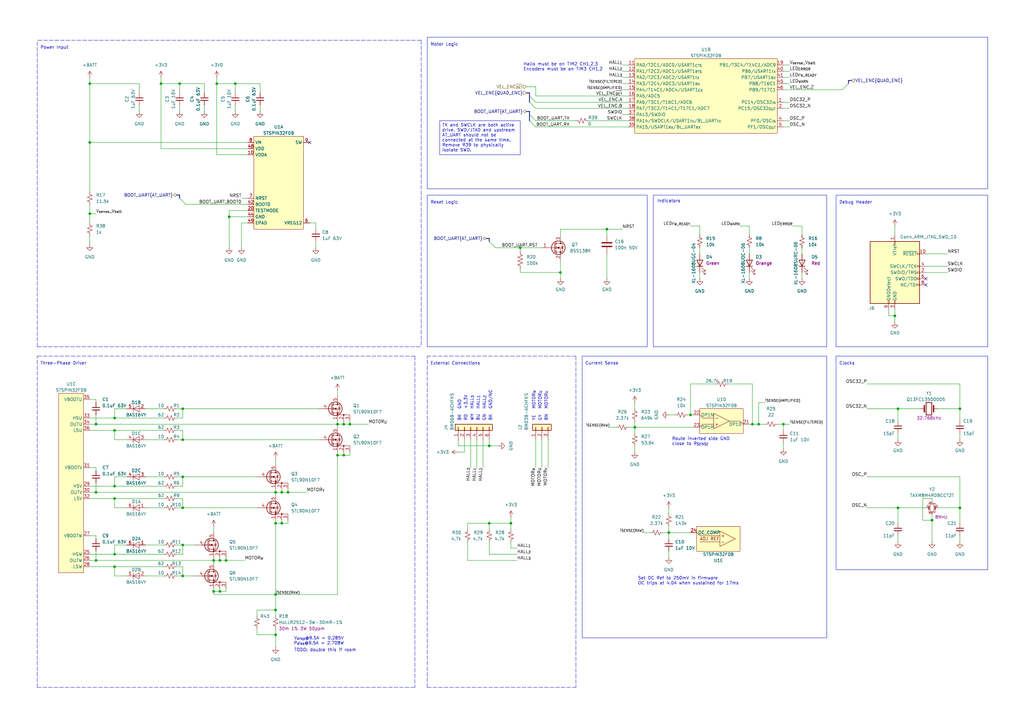
<source format=kicad_sch>
(kicad_sch (version 20231120) (generator "eeschema") (generator_version "8.0")
  (paper "A3")
  (junction (at 74.93 180.34))
  (junction (at 200.66 182.88))
  (junction (at 39.37 229.87))
  (junction (at 87.63 242.57))
  (junction (at 308.61 173.99))
  (junction (at 260.35 175.26))
  (junction (at 96.52 34.29))
  (junction (at 46.99 199.39))
  (junction (at 138.43 173.99))
  (junction (at 368.3 167.64))
  (junction (at 118.11 201.93))
  (junction (at 368.3 208.28))
  (junction (at 36.83 87.63))
  (junction (at 39.37 173.99))
  (junction (at 113.03 250.19))
  (junction (at 311.15 173.99))
  (junction (at 46.99 232.41))
  (junction (at 87.63 229.87))
  (junction (at 115.57 201.93))
  (junction (at 321.31 173.99))
  (junction (at 138.43 186.69))
  (junction (at 90.17 229.87))
  (junction (at 113.03 260.35))
  (junction (at 36.83 58.42))
  (junction (at 248.92 93.98))
  (junction (at 74.93 195.58))
  (junction (at 74.93 223.52))
  (junction (at 209.55 214.63))
  (junction (at 382.27 213.36))
  (junction (at 274.32 218.44))
  (junction (at 90.17 242.57))
  (junction (at 143.51 173.99))
  (junction (at 92.71 229.87))
  (junction (at 393.7 208.28))
  (junction (at 200.66 214.63))
  (junction (at 213.36 101.6))
  (junction (at 393.7 167.64))
  (junction (at 283.21 170.18))
  (junction (at 93.98 88.9))
  (junction (at 46.99 171.45))
  (junction (at 115.57 214.63))
  (junction (at 66.04 34.29))
  (junction (at 367.03 129.54))
  (junction (at 140.97 186.69))
  (junction (at 113.03 214.63))
  (junction (at 46.99 204.47))
  (junction (at 46.99 227.33))
  (junction (at 39.37 201.93))
  (junction (at 74.93 236.22))
  (junction (at 88.9 34.29))
  (junction (at 74.93 167.64))
  (junction (at 113.03 201.93))
  (junction (at 73.66 34.29))
  (junction (at 140.97 173.99))
  (junction (at 229.87 111.76))
  (junction (at 46.99 176.53))
  (junction (at 74.93 208.28))
  (junction (at 36.83 34.29))
  (junction (at 113.03 243.84))
  (no_connect (at 379.73 116.84))
  (no_connect (at 127 58.42))
  (no_connect (at 379.73 114.3))
  (bus_entry (at 217.17 41.91) (size 2.54 2.54))
  (bus_entry (at 73.66 81.28) (size 2.54 2.54))
  (bus_entry (at 347.98 34.29) (size -2.54 2.54))
  (bus_entry (at 200.66 99.06) (size 2.54 2.54))
  (bus_entry (at 217.17 39.37) (size 2.54 2.54))
  (bus_entry (at 217.17 49.53) (size 2.54 2.54))
  (bus_entry (at 217.17 46.99) (size 2.54 2.54))
  (wire (pts (xy 113.03 201.93) (xy 115.57 201.93)))
  (wire (pts (xy 74.93 208.28) (xy 105.41 208.28)))
  (wire (pts (xy 72.39 167.64) (xy 74.93 167.64)))
  (wire (pts (xy 187.96 182.88) (xy 200.66 182.88)))
  (wire (pts (xy 72.39 195.58) (xy 74.93 195.58)))
  (wire (pts (xy 36.83 87.63) (xy 36.83 91.44)))
  (wire (pts (xy 219.71 52.07) (xy 257.81 52.07)))
  (bus (pts (xy 217.17 45.72) (xy 217.17 46.99)))
  (wire (pts (xy 321.31 181.61) (xy 321.31 184.15)))
  (wire (pts (xy 328.93 92.71) (xy 328.93 96.52)))
  (wire (pts (xy 229.87 106.68) (xy 229.87 111.76)))
  (wire (pts (xy 39.37 229.87) (xy 87.63 229.87)))
  (wire (pts (xy 209.55 214.63) (xy 209.55 217.17)))
  (wire (pts (xy 209.55 214.63) (xy 200.66 214.63)))
  (wire (pts (xy 72.39 199.39) (xy 74.93 199.39)))
  (polyline (pts (xy 170.18 146.05) (xy 170.18 281.94)) (stroke (width 0) (type dash)))
  (wire (pts (xy 39.37 173.99) (xy 138.43 173.99)))
  (wire (pts (xy 52.07 167.64) (xy 46.99 167.64)))
  (wire (pts (xy 113.03 243.84) (xy 113.03 214.63)))
  (wire (pts (xy 90.17 241.3) (xy 90.17 242.57)))
  (wire (pts (xy 393.7 157.48) (xy 393.7 167.64)))
  (wire (pts (xy 36.83 58.42) (xy 101.6 58.42)))
  (wire (pts (xy 93.98 88.9) (xy 93.98 101.6)))
  (wire (pts (xy 248.92 93.98) (xy 255.27 93.98)))
  (wire (pts (xy 311.15 173.99) (xy 313.69 173.99)))
  (wire (pts (xy 213.36 111.76) (xy 229.87 111.76)))
  (wire (pts (xy 138.43 172.72) (xy 138.43 173.99)))
  (wire (pts (xy 281.94 170.18) (xy 283.21 170.18)))
  (wire (pts (xy 73.66 43.18) (xy 73.66 45.72)))
  (wire (pts (xy 378.46 213.36) (xy 382.27 213.36)))
  (wire (pts (xy 219.71 39.37) (xy 257.81 39.37)))
  (polyline (pts (xy 15.24 142.24) (xy 172.72 142.24)) (stroke (width 0) (type dash)))
  (wire (pts (xy 46.99 171.45) (xy 67.31 171.45)))
  (wire (pts (xy 283.21 92.71) (xy 287.02 92.71)))
  (wire (pts (xy 96.52 34.29) (xy 88.9 34.29)))
  (wire (pts (xy 367.03 129.54) (xy 367.03 132.08)))
  (wire (pts (xy 257.81 175.26) (xy 260.35 175.26)))
  (wire (pts (xy 355.6 208.28) (xy 368.3 208.28)))
  (wire (pts (xy 213.36 110.49) (xy 213.36 111.76)))
  (wire (pts (xy 36.83 87.63) (xy 39.37 87.63)))
  (wire (pts (xy 384.81 208.28) (xy 393.7 208.28)))
  (wire (pts (xy 105.41 252.73) (xy 105.41 250.19)))
  (wire (pts (xy 39.37 201.93) (xy 39.37 198.12)))
  (bus (pts (xy 217.17 38.1) (xy 217.17 39.37)))
  (wire (pts (xy 87.63 215.9) (xy 87.63 218.44)))
  (wire (pts (xy 72.39 204.47) (xy 74.93 204.47)))
  (polyline (pts (xy 170.18 146.05) (xy 15.24 146.05)) (stroke (width 0) (type dash)))
  (wire (pts (xy 52.07 195.58) (xy 46.99 195.58)))
  (wire (pts (xy 115.57 201.93) (xy 118.11 201.93)))
  (wire (pts (xy 74.93 167.64) (xy 130.81 167.64)))
  (bus (pts (xy 73.66 80.01) (xy 73.66 81.28)))
  (wire (pts (xy 384.81 167.64) (xy 393.7 167.64)))
  (wire (pts (xy 283.21 170.18) (xy 283.21 157.48)))
  (wire (pts (xy 59.69 208.28) (xy 67.31 208.28)))
  (wire (pts (xy 191.77 222.25) (xy 191.77 229.87)))
  (wire (pts (xy 382.27 205.74) (xy 382.27 204.47)))
  (wire (pts (xy 52.07 180.34) (xy 46.99 180.34)))
  (wire (pts (xy 96.52 34.29) (xy 96.52 38.1)))
  (wire (pts (xy 321.31 49.53) (xy 323.85 49.53)))
  (wire (pts (xy 113.03 214.63) (xy 115.57 214.63)))
  (wire (pts (xy 46.99 176.53) (xy 67.31 176.53)))
  (wire (pts (xy 224.79 191.77) (xy 224.79 180.34)))
  (wire (pts (xy 36.83 34.29) (xy 36.83 58.42)))
  (wire (pts (xy 74.93 195.58) (xy 74.93 199.39)))
  (polyline (pts (xy 175.26 281.94) (xy 236.22 281.94)) (stroke (width 0) (type dash)))
  (wire (pts (xy 99.06 91.44) (xy 99.06 101.6)))
  (wire (pts (xy 138.43 186.69) (xy 138.43 243.84)))
  (polyline (pts (xy 15.24 281.94) (xy 15.24 146.05)) (stroke (width 0) (type dash)))
  (wire (pts (xy 321.31 34.29) (xy 323.85 34.29)))
  (wire (pts (xy 212.09 229.87) (xy 191.77 229.87)))
  (wire (pts (xy 92.71 228.6) (xy 92.71 229.87)))
  (wire (pts (xy 88.9 34.29) (xy 88.9 63.5)))
  (wire (pts (xy 105.41 250.19) (xy 113.03 250.19)))
  (wire (pts (xy 138.43 160.02) (xy 138.43 162.56)))
  (wire (pts (xy 382.27 213.36) (xy 382.27 222.25)))
  (wire (pts (xy 250.19 175.26) (xy 252.73 175.26)))
  (wire (pts (xy 318.77 173.99) (xy 321.31 173.99)))
  (wire (pts (xy 260.35 182.88) (xy 260.35 185.42)))
  (wire (pts (xy 74.93 204.47) (xy 74.93 208.28)))
  (wire (pts (xy 92.71 229.87) (xy 100.33 229.87)))
  (wire (pts (xy 143.51 172.72) (xy 143.51 173.99)))
  (polyline (pts (xy 15.24 281.94) (xy 170.18 281.94)) (stroke (width 0) (type dash)))
  (wire (pts (xy 127 91.44) (xy 129.54 91.44)))
  (wire (pts (xy 113.03 260.35) (xy 113.03 265.43)))
  (wire (pts (xy 321.31 173.99) (xy 321.31 176.53)))
  (wire (pts (xy 191.77 214.63) (xy 191.77 217.17)))
  (wire (pts (xy 213.36 101.6) (xy 213.36 102.87)))
  (polyline (pts (xy 236.22 146.05) (xy 236.22 281.94)) (stroke (width 0) (type dash)))
  (wire (pts (xy 257.81 36.83) (xy 255.27 36.83)))
  (wire (pts (xy 368.3 214.63) (xy 368.3 208.28)))
  (wire (pts (xy 87.63 229.87) (xy 90.17 229.87)))
  (wire (pts (xy 99.06 81.28) (xy 101.6 81.28)))
  (wire (pts (xy 212.09 227.33) (xy 200.66 227.33)))
  (wire (pts (xy 274.32 208.28) (xy 274.32 210.82)))
  (wire (pts (xy 219.71 41.91) (xy 257.81 41.91)))
  (wire (pts (xy 321.31 44.45) (xy 323.85 44.45)))
  (wire (pts (xy 222.25 191.77) (xy 222.25 180.34)))
  (wire (pts (xy 129.54 99.06) (xy 129.54 101.6)))
  (wire (pts (xy 200.66 182.88) (xy 204.47 182.88)))
  (polyline (pts (xy 236.22 146.05) (xy 175.26 146.05)) (stroke (width 0) (type dash)))
  (wire (pts (xy 229.87 93.98) (xy 229.87 96.52)))
  (wire (pts (xy 106.68 43.18) (xy 106.68 45.72)))
  (wire (pts (xy 66.04 34.29) (xy 66.04 60.96)))
  (wire (pts (xy 200.66 214.63) (xy 200.66 217.17)))
  (wire (pts (xy 368.3 219.71) (xy 368.3 222.25)))
  (wire (pts (xy 379.73 111.76) (xy 388.62 111.76)))
  (wire (pts (xy 212.09 224.79) (xy 209.55 224.79)))
  (wire (pts (xy 118.11 213.36) (xy 118.11 214.63)))
  (wire (pts (xy 36.83 171.45) (xy 46.99 171.45)))
  (wire (pts (xy 308.61 173.99) (xy 308.61 157.48)))
  (wire (pts (xy 74.93 176.53) (xy 74.93 180.34)))
  (wire (pts (xy 113.03 187.96) (xy 113.03 190.5)))
  (wire (pts (xy 118.11 200.66) (xy 118.11 201.93)))
  (wire (pts (xy 115.57 213.36) (xy 115.57 214.63)))
  (wire (pts (xy 307.34 173.99) (xy 308.61 173.99)))
  (wire (pts (xy 90.17 242.57) (xy 87.63 242.57)))
  (wire (pts (xy 287.02 111.76) (xy 287.02 114.3)))
  (wire (pts (xy 87.63 229.87) (xy 87.63 231.14)))
  (wire (pts (xy 308.61 173.99) (xy 311.15 173.99)))
  (wire (pts (xy 36.83 31.75) (xy 36.83 34.29)))
  (wire (pts (xy 57.15 34.29) (xy 57.15 38.1)))
  (wire (pts (xy 393.7 167.64) (xy 393.7 172.72)))
  (wire (pts (xy 368.3 208.28) (xy 379.73 208.28)))
  (wire (pts (xy 74.93 180.34) (xy 130.81 180.34)))
  (polyline (pts (xy 172.72 16.51) (xy 172.72 142.24)) (stroke (width 0) (type dash)))
  (wire (pts (xy 72.39 227.33) (xy 74.93 227.33)))
  (wire (pts (xy 125.73 201.93) (xy 118.11 201.93)))
  (wire (pts (xy 88.9 31.75) (xy 88.9 34.29)))
  (wire (pts (xy 74.93 223.52) (xy 80.01 223.52)))
  (wire (pts (xy 187.96 185.42) (xy 190.5 185.42)))
  (wire (pts (xy 46.99 180.34) (xy 46.99 176.53)))
  (wire (pts (xy 219.71 191.77) (xy 219.71 180.34)))
  (wire (pts (xy 101.6 88.9) (xy 93.98 88.9)))
  (wire (pts (xy 355.6 157.48) (xy 393.7 157.48)))
  (wire (pts (xy 264.16 218.44) (xy 266.7 218.44)))
  (wire (pts (xy 248.92 93.98) (xy 248.92 96.52)))
  (wire (pts (xy 105.41 257.81) (xy 105.41 260.35)))
  (wire (pts (xy 260.35 165.1) (xy 260.35 167.64)))
  (wire (pts (xy 311.15 165.1) (xy 311.15 173.99)))
  (wire (pts (xy 66.04 34.29) (xy 73.66 34.29)))
  (wire (pts (xy 393.7 208.28) (xy 393.7 214.63)))
  (wire (pts (xy 129.54 91.44) (xy 129.54 93.98)))
  (wire (pts (xy 59.69 167.64) (xy 67.31 167.64)))
  (wire (pts (xy 93.98 86.36) (xy 93.98 88.9)))
  (wire (pts (xy 321.31 31.75) (xy 323.85 31.75)))
  (wire (pts (xy 96.52 34.29) (xy 106.68 34.29)))
  (wire (pts (xy 138.43 173.99) (xy 140.97 173.99)))
  (wire (pts (xy 113.03 243.84) (xy 113.03 250.19)))
  (wire (pts (xy 368.3 167.64) (xy 368.3 172.72)))
  (wire (pts (xy 287.02 92.71) (xy 287.02 96.52)))
  (wire (pts (xy 382.27 204.47) (xy 378.46 204.47)))
  (wire (pts (xy 379.73 109.22) (xy 388.62 109.22)))
  (wire (pts (xy 209.55 222.25) (xy 209.55 224.79)))
  (wire (pts (xy 382.27 210.82) (xy 382.27 213.36)))
  (wire (pts (xy 46.99 208.28) (xy 52.07 208.28)))
  (wire (pts (xy 72.39 236.22) (xy 74.93 236.22)))
  (wire (pts (xy 72.39 171.45) (xy 74.93 171.45)))
  (bus (pts (xy 347.98 33.02) (xy 347.98 34.29)))
  (wire (pts (xy 46.99 223.52) (xy 46.99 227.33)))
  (wire (pts (xy 36.83 58.42) (xy 36.83 78.74)))
  (wire (pts (xy 113.03 257.81) (xy 113.03 260.35)))
  (wire (pts (xy 213.36 101.6) (xy 222.25 101.6)))
  (wire (pts (xy 203.2 101.6) (xy 213.36 101.6)))
  (wire (pts (xy 74.93 167.64) (xy 74.93 171.45)))
  (wire (pts (xy 257.81 34.29) (xy 255.27 34.29)))
  (wire (pts (xy 90.17 242.57) (xy 92.71 242.57)))
  (wire (pts (xy 113.03 250.19) (xy 113.03 252.73)))
  (wire (pts (xy 307.34 101.6) (xy 307.34 104.14)))
  (wire (pts (xy 76.2 83.82) (xy 101.6 83.82)))
  (wire (pts (xy 73.66 34.29) (xy 83.82 34.29)))
  (wire (pts (xy 241.3 49.53) (xy 257.81 49.53)))
  (wire (pts (xy 255.27 31.75) (xy 257.81 31.75)))
  (wire (pts (xy 368.3 167.64) (xy 377.19 167.64)))
  (bus (pts (xy 215.9 45.72) (xy 217.17 45.72)))
  (wire (pts (xy 140.97 172.72) (xy 140.97 173.99)))
  (wire (pts (xy 46.99 232.41) (xy 67.31 232.41)))
  (wire (pts (xy 255.27 29.21) (xy 257.81 29.21)))
  (wire (pts (xy 307.34 111.76) (xy 307.34 114.3)))
  (wire (pts (xy 328.93 101.6) (xy 328.93 104.14)))
  (wire (pts (xy 187.96 180.34) (xy 187.96 182.88)))
  (bus (pts (xy 217.17 46.99) (xy 217.17 49.53)))
  (polyline (pts (xy 172.72 16.51) (xy 15.24 16.51)) (stroke (width 0) (type dash)))
  (wire (pts (xy 321.31 29.21) (xy 323.85 29.21)))
  (wire (pts (xy 36.83 34.29) (xy 57.15 34.29)))
  (wire (pts (xy 328.93 111.76) (xy 328.93 114.3)))
  (wire (pts (xy 303.53 92.71) (xy 307.34 92.71)))
  (wire (pts (xy 46.99 195.58) (xy 46.99 199.39)))
  (wire (pts (xy 113.03 200.66) (xy 113.03 201.93)))
  (wire (pts (xy 378.46 204.47) (xy 378.46 213.36)))
  (wire (pts (xy 88.9 63.5) (xy 101.6 63.5)))
  (wire (pts (xy 198.12 191.77) (xy 198.12 180.34)))
  (wire (pts (xy 379.73 104.14) (xy 388.62 104.14)))
  (wire (pts (xy 113.03 201.93) (xy 113.03 203.2)))
  (wire (pts (xy 274.32 218.44) (xy 283.21 218.44)))
  (wire (pts (xy 36.83 219.71) (xy 39.37 219.71)))
  (wire (pts (xy 283.21 170.18) (xy 284.48 170.18)))
  (wire (pts (xy 36.83 201.93) (xy 39.37 201.93)))
  (wire (pts (xy 138.43 185.42) (xy 138.43 186.69)))
  (bus (pts (xy 200.66 97.79) (xy 200.66 99.06)))
  (polyline (pts (xy 15.24 142.24) (xy 15.24 16.51)) (stroke (width 0) (type dash)))
  (wire (pts (xy 215.9 35.56) (xy 219.71 35.56)))
  (wire (pts (xy 39.37 201.93) (xy 113.03 201.93)))
  (wire (pts (xy 321.31 36.83) (xy 345.44 36.83)))
  (wire (pts (xy 393.7 195.58) (xy 393.7 208.28)))
  (wire (pts (xy 39.37 191.77) (xy 39.37 193.04)))
  (wire (pts (xy 367.03 92.71) (xy 367.03 96.52)))
  (wire (pts (xy 46.99 199.39) (xy 67.31 199.39)))
  (wire (pts (xy 355.6 195.58) (xy 393.7 195.58)))
  (wire (pts (xy 74.93 223.52) (xy 74.93 227.33)))
  (wire (pts (xy 36.83 199.39) (xy 46.99 199.39)))
  (wire (pts (xy 138.43 186.69) (xy 140.97 186.69)))
  (wire (pts (xy 101.6 86.36) (xy 93.98 86.36)))
  (wire (pts (xy 325.12 92.71) (xy 328.93 92.71)))
  (wire (pts (xy 87.63 241.3) (xy 87.63 242.57)))
  (wire (pts (xy 39.37 163.83) (xy 39.37 165.1)))
  (wire (pts (xy 209.55 212.09) (xy 209.55 214.63)))
  (wire (pts (xy 368.3 177.8) (xy 368.3 180.34)))
  (wire (pts (xy 260.35 175.26) (xy 284.48 175.26)))
  (wire (pts (xy 72.39 176.53) (xy 74.93 176.53)))
  (wire (pts (xy 143.51 173.99) (xy 151.13 173.99)))
  (bus (pts (xy 349.25 33.02) (xy 347.98 33.02)))
  (wire (pts (xy 140.97 185.42) (xy 140.97 186.69)))
  (polyline (pts (xy 175.26 281.94) (xy 175.26 146.05)) (stroke (width 0) (type dash)))
  (wire (pts (xy 36.83 227.33) (xy 46.99 227.33)))
  (wire (pts (xy 364.49 127) (xy 364.49 129.54)))
  (wire (pts (xy 66.04 60.96) (xy 101.6 60.96)))
  (wire (pts (xy 367.03 127) (xy 367.03 129.54)))
  (wire (pts (xy 83.82 34.29) (xy 83.82 38.1)))
  (bus (pts (xy 72.39 80.01) (xy 73.66 80.01)))
  (wire (pts (xy 59.69 236.22) (xy 67.31 236.22)))
  (wire (pts (xy 219.71 44.45) (xy 257.81 44.45)))
  (wire (pts (xy 248.92 104.14) (xy 248.92 114.3)))
  (wire (pts (xy 274.32 170.18) (xy 276.86 170.18)))
  (wire (pts (xy 313.69 165.1) (xy 311.15 165.1)))
  (wire (pts (xy 219.71 49.53) (xy 236.22 49.53)))
  (wire (pts (xy 74.93 236.22) (xy 80.01 236.22)))
  (wire (pts (xy 393.7 219.71) (xy 393.7 222.25)))
  (wire (pts (xy 260.35 175.26) (xy 260.35 177.8)))
  (wire (pts (xy 83.82 43.18) (xy 83.82 45.72)))
  (wire (pts (xy 36.83 163.83) (xy 39.37 163.83)))
  (wire (pts (xy 59.69 223.52) (xy 67.31 223.52)))
  (wire (pts (xy 393.7 177.8) (xy 393.7 180.34)))
  (wire (pts (xy 39.37 173.99) (xy 39.37 170.18)))
  (wire (pts (xy 36.83 229.87) (xy 39.37 229.87)))
  (wire (pts (xy 140.97 186.69) (xy 143.51 186.69)))
  (wire (pts (xy 90.17 228.6) (xy 90.17 229.87)))
  (wire (pts (xy 287.02 101.6) (xy 287.02 104.14)))
  (wire (pts (xy 46.99 227.33) (xy 67.31 227.33)))
  (bus (pts (xy 199.39 97.79) (xy 200.66 97.79)))
  (bus (pts (xy 215.9 38.1) (xy 217.17 38.1)))
  (wire (pts (xy 307.34 96.52) (xy 307.34 92.71)))
  (wire (pts (xy 274.32 226.06) (xy 274.32 228.6)))
  (wire (pts (xy 298.45 157.48) (xy 308.61 157.48)))
  (wire (pts (xy 364.49 129.54) (xy 367.03 129.54)))
  (wire (pts (xy 52.07 236.22) (xy 46.99 236.22)))
  (wire (pts (xy 321.31 173.99) (xy 323.85 173.99)))
  (wire (pts (xy 72.39 223.52) (xy 74.93 223.52)))
  (wire (pts (xy 36.83 173.99) (xy 39.37 173.99)))
  (wire (pts (xy 200.66 214.63) (xy 191.77 214.63)))
  (wire (pts (xy 105.41 260.35) (xy 113.03 260.35)))
  (wire (pts (xy 72.39 232.41) (xy 74.93 232.41)))
  (wire (pts (xy 321.31 41.91) (xy 323.85 41.91)))
  (wire (pts (xy 283.21 157.48) (xy 293.37 157.48)))
  (wire (pts (xy 72.39 208.28) (xy 74.93 208.28)))
  (wire (pts (xy 321.31 52.07) (xy 323.85 52.07)))
  (wire (pts (xy 46.99 208.28) (xy 46.99 204.47)))
  (wire (pts (xy 140.97 173.99) (xy 143.51 173.99)))
  (wire (pts (xy 113.03 243.84) (xy 87.63 243.84)))
  (wire (pts (xy 260.35 172.72) (xy 260.35 175.26)))
  (wire (pts (xy 138.43 173.99) (xy 138.43 175.26)))
  (wire (pts (xy 190.5 185.42) (xy 190.5 180.34)))
  (wire (pts (xy 74.93 195.58) (xy 105.41 195.58)))
  (wire (pts (xy 355.6 167.64) (xy 368.3 167.64)))
  (wire (pts (xy 115.57 214.63) (xy 118.11 214.63)))
  (wire (pts (xy 143.51 185.42) (xy 143.51 186.69)))
  (wire (pts (xy 229.87 111.76) (xy 229.87 114.3)))
  (wire (pts (xy 200.66 222.25) (xy 200.66 227.33)))
  (wire (pts (xy 113.03 213.36) (xy 113.03 214.63)))
  (wire (pts (xy 36.83 191.77) (xy 39.37 191.77)))
  (wire (pts (xy 46.99 167.64) (xy 46.99 171.45)))
  (wire (pts (xy 113.03 243.84) (xy 138.43 243.84)))
  (wire (pts (xy 255.27 26.67) (xy 257.81 26.67)))
  (bus (pts (xy 217.17 39.37) (xy 217.17 41.91)))
  (wire (pts (xy 36.83 176.53) (xy 46.99 176.53)))
  (wire (pts (xy 46.99 204.47) (xy 67.31 204.47)))
  (wire (pts (xy 96.52 43.18) (xy 96.52 45.72)))
  (wire (pts (xy 87.63 228.6) (xy 87.63 229.87)))
  (wire (pts (xy 90.17 229.87) (xy 92.71 229.87)))
  (wire (pts (xy 57.15 43.18) (xy 57.15 45.72)))
  (wire (pts (xy 36.83 96.52) (xy 36.83 100.33)))
  (wire (pts (xy 36.83 232.41) (xy 46.99 232.41)))
  (wire (pts (xy 271.78 218.44) (xy 274.32 218.44)))
  (wire (pts (xy 255.27 46.99) (xy 257.81 46.99)))
  (wire (pts (xy 229.87 93.98) (xy 248.92 93.98)))
  (wire (pts (xy 46.99 236.22) (xy 46.99 232.41)))
  (wire (pts (xy 66.04 31.75) (xy 66.04 34.29)))
  (wire (pts (xy 101.6 91.44) (xy 99.06 91.44)))
  (wire (pts (xy 274.32 218.44) (xy 274.32 220.98)))
  (wire (pts (xy 73.66 34.29) (xy 73.66 38.1)))
  (wire (pts (xy 39.37 219.71) (xy 39.37 220.98)))
  (wire (pts (xy 39.37 229.87) (xy 39.37 226.06)))
  (wire (pts (xy 36.83 83.82) (xy 36.83 87.63)))
  (wire (pts (xy 321.31 26.67) (xy 323.85 26.67)))
  (wire (pts (xy 195.58 191.77) (xy 195.58 180.34)))
  (wire (pts (xy 52.07 223.52) (xy 46.99 223.52)))
  (wire (pts (xy 115.57 200.66) (xy 115.57 201.93)))
  (wire (pts (xy 74.93 232.41) (xy 74.93 236.22)))
  (wire (pts (xy 92.71 241.3) (xy 92.71 242.57)))
  (wire (pts (xy 200.66 182.88) (xy 200.66 180.34)))
  (wire (pts (xy 274.32 215.9) (xy 274.32 218.44)))
  (wire (pts (xy 87.63 242.57) (xy 87.63 243.84)))
  (wire (pts (xy 72.39 180.34) (xy 74.93 180.34)))
  (wire (pts (xy 219.71 35.56) (xy 219.71 39.37)))
  (wire (pts (xy 193.04 191.77) (xy 193.04 180.34)))
  (wire (pts (xy 36.83 204.47) (xy 46.99 204.47)))
  (wire (pts (xy 106.68 34.29) (xy 106.68 38.1)))
  (wire (pts (xy 59.69 195.58) (xy 67.31 195.58)))
  (wire (pts (xy 59.69 180.34) (xy 67.31 180.34)))
  (rectangle (start 238.76 146.05) (end 339.09 261.62))
  (rectangle (start 175.26 15.24) (end 405.13 77.47))
  (rectangle (start 267.97 80.01) (end 339.09 142.24))
  (rectangle (start 342.9 146.05) (end 405.13 233.68))
  (rectangle (start 342.9 80.01) (end 405.13 142.24))
  (rectangle (start 175.26 80.01) (end 265.43 142.24))
  (text_box "TX and SWCLK are both active drive. SWD/JTAD and upstream AT_UART should not be connected at the same time. Remove R39 to physically isolate SWD." (at 180.34 49.53 0) (size 33.02 13.97) (effects (font (size 1.27 1.27)) (justify left top)))
  (text "Halls must be on TIM2 CH1,2,3\nEncoders must be on TIM3 CH1,2" (at 214.63 29.21 0) (effects (font (size 1.27 1.27)) (justify left bottom)))
  (text "GN	HALL_{2}" (at 199.39 172.72 90) (effects (font (size 1.27 1.27)) (justify left bottom)))
  (text "Route inverted side GND\nclose to R_{SENSE}" (at 275.59 182.88 0) (effects (font (size 1.27 1.27)) (justify left bottom)))
  (text "Indicators" (at 274.32 82.55 0) (effects (font (size 1.27 1.27))))
  (text "Three-Phase Driver" (at 16.51 149.86 0) (effects (font (size 1.27 1.27)) (justify left bottom)))
  (text "RD	+3.3V" (at 191.77 172.72 90) (effects (font (size 1.27 1.27)) (justify left bottom)))
  (text "GY	MOTOR_{U}" (at 222.25 172.72 90) (effects (font (size 1.27 1.27)) (justify left bottom)))
  (text "WH	HALL_{3}" (at 194.31 172.72 90) (effects (font (size 1.27 1.27)) (justify left bottom)))
  (text "BK	GND" (at 189.23 172.72 90) (effects (font (size 1.27 1.27)) (justify left bottom)))
  (text "V_{drop}@9.5A = 0.285V\nP_{diss}@9.5A = 2.708W" (at 130.81 262.89 0) (effects (font (size 1.27 1.27))))
  (text "BK	GND/NC" (at 201.93 172.72 90) (effects (font (size 1.27 1.27)) (justify left bottom)))
  (text "Power Input" (at 16.51 20.32 0) (effects (font (size 1.27 1.27)) (justify left bottom)))
  (text "Set OC Ref to 250mV in firmware\nOC trips at 4.0A when sustained for 17ms" (at 261.62 240.03 0) (effects (font (size 1.27 1.27)) (justify left bottom)))
  (text "BN	MOTOR_{V}" (at 224.79 172.72 90) (effects (font (size 1.27 1.27)) (justify left bottom)))
  (text "TODO: double this if room" (at 133.35 266.7 0) (effects (font (size 1.27 1.27))))
  (text "YE	MOTOR_{W}" (at 219.71 172.72 90) (effects (font (size 1.27 1.27)) (justify left bottom)))
  (text "Current Sense" (at 240.03 149.86 0) (effects (font (size 1.27 1.27)) (justify left bottom)))
  (text "Motor Logic" (at 176.53 19.05 0) (effects (font (size 1.27 1.27)) (justify left bottom)))
  (text "External Connections" (at 176.53 149.86 0) (effects (font (size 1.27 1.27)) (justify left bottom)))
  (text "Debug Header" (at 344.17 83.82 0) (effects (font (size 1.27 1.27)) (justify left bottom)))
  (text "Clocks" (at 344.17 149.86 0) (effects (font (size 1.27 1.27)) (justify left bottom)))
  (text "Reset Logic" (at 176.53 83.82 0) (effects (font (size 1.27 1.27)) (justify left bottom)))
  (text "BU	HALL_{1}" (at 196.85 172.72 90) (effects (font (size 1.27 1.27)) (justify left bottom)))
  (label "LED_{WARN}" (at 323.85 34.29 0))
  (label "OSC_N" (at 355.6 208.28 180))
  (label "HALL_{1}" (at 212.09 224.79 0))
  (label "MOTOR_{U}" (at 151.13 173.99 0))
  (label "OSC32_N" (at 323.85 44.45 0))
  (label "LED_{FW_READY}" (at 323.85 31.75 0))
  (label "NRST" (at 99.06 81.28 180))
  (label "LED_{ERROR}" (at 323.85 29.21 0))
  (label "I_{SENSE(RAW)}" (at 113.03 243.84 0))
  (label "I_{SENSE(RAW)}" (at 250.19 175.26 180))
  (label "SWCLK" (at 255.27 49.53 180))
  (label "HALL_{3}" (at 212.09 229.87 0))
  (label "NRST" (at 255.27 93.98 0))
  (label "LED_{WARN}" (at 303.53 92.71 180))
  (label "VEL_ENC_{~{DET}}" (at 255.27 39.37 180))
  (label "HALL_{2}" (at 255.27 29.21 180))
  (label "LED_{FW_READY}" (at 283.21 92.71 180))
  (label "OSC_P" (at 355.6 195.58 180))
  (label "OSC32_P" (at 355.6 157.48 180))
  (label "I_{SENSE(AMPLIFIED)}" (at 255.27 36.83 180))
  (label "BOOT_UART.BOOT0" (at 99.06 83.82 180))
  (label "OSC_P" (at 323.85 49.53 0))
  (label "HALL_{2}" (at 212.09 227.33 0))
  (label "BOOT_UART.RX" (at 233.68 52.07 180))
  (label "HALL_{1}" (at 195.58 191.77 270))
  (label "V_{sense}_V_{batt}" (at 39.37 87.63 0))
  (label "VEL_ENC.B" (at 255.27 44.45 180))
  (label "NRST" (at 388.62 104.14 0))
  (label "MOTOR_{U}" (at 222.25 191.77 270))
  (label "MOTOR_{W}" (at 100.33 229.87 0))
  (label "SWDIO" (at 255.27 46.99 180))
  (label "VEL_ENC.Z" (at 323.85 36.83 0))
  (label "VEL_ENC.A" (at 255.27 41.91 180))
  (label "MOTOR_{W}" (at 219.71 191.77 270))
  (label "OSC32_P" (at 323.85 41.91 0))
  (label "HALL_{2}" (at 198.12 191.77 270))
  (label "I_{SENSE(FILTERED)}" (at 323.85 173.99 0))
  (label "MOTOR_{V}" (at 125.73 201.93 0))
  (label "HALL_{1}" (at 255.27 26.67 180))
  (label "SWCLK" (at 388.62 109.22 0))
  (label "HALL_{3}" (at 193.04 191.77 270))
  (label "OSC32_N" (at 355.6 167.64 180))
  (label "LED_{ERROR}" (at 325.12 92.71 180))
  (label "BOOT_UART.RST" (at 205.74 101.6 0))
  (label "I_{SENSE(FILTERED)}" (at 255.27 34.29 180))
  (label "SWDIO" (at 388.62 111.76 0))
  (label "I_{SENSE(RAW)}" (at 264.16 218.44 180))
  (label "MOTOR_{V}" (at 224.79 191.77 270))
  (label "V_{sense}_V_{batt}" (at 323.85 26.67 0))
  (label "HALL_{3}" (at 255.27 31.75 180))
  (label "I_{SENSE(AMPLIFIED)}" (at 313.69 165.1 0))
  (label "OSC_N" (at 323.85 52.07 0))
  (label "BOOT_UART.TX" (at 233.68 49.53 180))
  (hierarchical_label "BOOT_UART{AT_UART}" (shape bidirectional) (at 199.39 97.79 180))
  (hierarchical_label "VEL_ENC_{~{DET}}" (shape input) (at 215.9 35.56 180))
  (hierarchical_label "VEL_ENC{QUAD_ENC}" (shape input) (at 349.25 33.02 0))
  (hierarchical_label "BOOT_UART{AT_UART}" (shape bidirectional) (at 72.39 80.01 180))
  (hierarchical_label "VEL_ENC{QUAD_ENC}" (shape input) (at 215.9 38.1 180))
  (hierarchical_label "BOOT_UART{AT_UART}" (shape bidirectional) (at 215.9 45.72 180))
  (symbol (lib_id "AT-Transistors:Q_NMOS_SGD_PowerPAK") (at 85.09 223.52 0) (unit 1)
    (property "Reference" "Q5" (at 93.98 222.2499 0) (effects (justify left)))
    (property "Value" "STL90N10F7" (at 93.98 224.7899 0) (effects (justify left)))
    (property "Footprint" "AT-Discrete:PowerFLAT_5x6" (effects (hide yes)))
    (property "Description" "N-MOSFET transistor, source/gate/drain" (effects (hide yes)))
  )
  (symbol (lib_id "Device:C_Small") (at 39.37 195.58 0) (unit 1)
    (property "Reference" "C7" (at 41.91 191.77 0) (effects (justify left)))
    (property "Value" "0.1uF 63V" (at 41.91 194.31 0) (effects (justify left)))
    (property "Footprint" "Capacitor_SMD:C_0402_1005Metric" (effects (hide yes)))
    (property "Description" "Unpolarized capacitor, small symbol" (effects (hide yes)))
  )
  (symbol (lib_id "Device:C_Small") (at 368.3 175.26 0) (mirror y) (unit 1)
    (property "Reference" "C18" (at 367.03 172.72 0) (effects (justify left)))
    (property "Value" "15pF" (at 367.03 177.8 0) (effects (justify left)))
    (property "Footprint" "Capacitor_SMD:C_0402_1005Metric" (effects (hide yes)))
    (property "Description" "Unpolarized capacitor, small symbol" (effects (hide yes)))
  )
  (symbol (lib_id "Device:R_Small_US") (at 328.93 99.06 0) (unit 1)
    (property "Reference" "R16" (at 331.47 97.7899 0) (effects (justify left)))
    (property "Value" "10k" (at 331.47 100.3299 0) (effects (justify left)))
    (property "Footprint" "Resistor_SMD:R_0402_1005Metric" (effects (hide yes)))
    (property "Description" "Resistor, small US symbol" (effects (hide yes)))
  )
  (symbol (lib_id "power:GND") (at 93.98 101.6 0) (unit 1)
    (property "Reference" "#PWR011" (effects (hide yes)))
    (property "Value" "GND" (at 93.98 106.68 0))
    (property "Description" "Power symbol creates a global label with name \"GND\" , ground" (effects (hide yes)))
  )
  (symbol (lib_id "Device:C_Small") (at 321.31 179.07 0) (unit 1)
    (property "Reference" "C11" (at 323.85 177.8062 0) (effects (justify left)))
    (property "Value" "1uF 10V" (at 323.85 180.3462 0) (effects (justify left)))
    (property "Footprint" "Capacitor_SMD:C_0402_1005Metric" (effects (hide yes)))
    (property "Description" "Unpolarized capacitor, small symbol" (effects (hide yes)))
  )
  (symbol (lib_id "power:GND") (at 368.3 222.25 0) (unit 1)
    (property "Reference" "#PWR060" (effects (hide yes)))
    (property "Value" "GND" (at 368.3 227.33 0))
    (property "Description" "Power symbol creates a global label with name \"GND\" , ground" (effects (hide yes)))
  )
  (symbol (lib_id "power:GND") (at 367.03 132.08 0) (unit 1)
    (property "Reference" "#PWR055" (effects (hide yes)))
    (property "Value" "GND" (at 367.03 136.525 0))
    (property "Description" "Power symbol creates a global label with name \"GND\" , ground" (effects (hide yes)))
  )
  (symbol (lib_id "AT-PowerIC:STSPIN32F0B") (at 294.64 220.98 0) (unit 5)
    (property "Reference" "U1" (at 294.64 229.87 0))
    (property "Value" "STSPIN32F0B" (at 294.64 227.33 0))
    (property "Footprint" "AT-IC:QFN-48-1EP_7x7mm_P0.5mm_EP2.8x2.8mm" (effects (hide yes)))
    (property "Datasheet" "https://www.st.com/resource/en/datasheet/stspin32f0b.pdf" (effects (hide yes)))
  )
  (symbol (lib_id "power:GND") (at 113.03 265.43 0) (unit 1)
    (property "Reference" "#PWR017" (effects (hide yes)))
    (property "Value" "GND" (at 113.03 270.51 0))
    (property "Description" "Power symbol creates a global label with name \"GND\" , ground" (effects (hide yes)))
  )
  (symbol (lib_id "Device:R_Small_US") (at 105.41 255.27 0) (unit 1)
    (property "Reference" "R43" (at 106.68 252.73 0) (effects (justify left)))
    (property "Value" "HoLLR2512-3W-30mR-1%" (effects (hide yes)))
    (property "Footprint" "Resistor_SMD:R_2512_6332Metric" (effects (hide yes)))
    (property "Description" "Resistor, small US symbol" (effects (hide yes)))
    (property "Value2" "30m 1% 3W 50ppm" (effects (hide yes)))
  )
  (symbol (lib_id "Connector_Generic:Conn_01x06") (at 193.04 175.26 90) (unit 1)
    (property "Reference" "J4" (at 182.88 176.53 0) (effects (justify left)))
    (property "Value" "BM06B-ACHFKS" (at 185.42 176.53 0) (effects (justify left)))
    (property "Footprint" "AT-Connectors:JST_ACHFR_06V" (effects (hide yes)))
    (property "Description" "Generic connector, single row, 01x06, script generated (kicad-library-utils/schlib/autogen/connector/)" (effects (hide yes)))
  )
  (symbol (lib_id "Connector_Generic:Conn_01x03") (at 222.25 175.26 90) (unit 1)
    (property "Reference" "J2" (at 213.36 176.53 0) (effects (justify left)))
    (property "Value" "BM03B-ACHFKS" (at 215.9 176.53 0) (effects (justify left)))
    (property "Footprint" "AT-Connectors:JST_ACHFR_03V" (effects (hide yes)))
    (property "Description" "Generic connector, single row, 01x03, script generated (kicad-library-utils/schlib/autogen/connector/)" (effects (hide yes)))
  )
  (symbol (lib_id "power:+3V0") (at 88.9 31.75 0) (unit 1)
    (property "Reference" "#PWR03" (effects (hide yes)))
    (property "Value" "+3V0" (at 88.9 26.67 0))
    (property "Description" "Power symbol creates a global label with name \"+3V0\"" (effects (hide yes)))
  )
  (symbol (lib_id "power:GND") (at 368.3 180.34 0) (unit 1)
    (property "Reference" "#PWR056" (effects (hide yes)))
    (property "Value" "GND" (at 368.3 184.785 0))
    (property "Description" "Power symbol creates a global label with name \"GND\" , ground" (effects (hide yes)))
  )
  (symbol (lib_id "power:GND") (at 287.02 114.3 0) (unit 1)
    (property "Reference" "#PWR015" (effects (hide yes)))
    (property "Value" "GND" (at 287.02 119.38 0))
    (property "Description" "Power symbol creates a global label with name \"GND\" , ground" (effects (hide yes)))
  )
  (symbol (lib_id "power:GND") (at 393.7 222.25 0) (unit 1)
    (property "Reference" "#PWR062" (effects (hide yes)))
    (property "Value" "GND" (at 393.7 227.33 0))
    (property "Description" "Power symbol creates a global label with name \"GND\" , ground" (effects (hide yes)))
  )
  (symbol (lib_id "Device:R_Small_US") (at 69.85 180.34 90) (unit 1)
    (property "Reference" "R4" (at 72.39 179.07 90))
    (property "Value" "10" (at 66.04 179.07 90))
    (property "Footprint" "Resistor_SMD:R_0402_1005Metric" (effects (hide yes)))
    (property "Description" "Resistor, small US symbol" (effects (hide yes)))
  )
  (symbol (lib_id "power:+3V3") (at 260.35 165.1 0) (unit 1)
    (property "Reference" "#PWR020" (effects (hide yes)))
    (property "Value" "+3V3" (at 260.35 160.02 0))
    (property "Description" "Power symbol creates a global label with name \"+3V3\"" (effects (hide yes)))
  )
  (symbol (lib_id "Device:R_Small_US") (at 113.03 255.27 0) (unit 1)
    (property "Reference" "R18" (at 114.3 252.73 0) (effects (justify left)))
    (property "Value" "HoLLR2512-3W-30mR-1%" (at 114.3 255.27 0) (effects (justify left)))
    (property "Footprint" "Resistor_SMD:R_2512_6332Metric" (effects (hide yes)))
    (property "Description" "Resistor, small US symbol" (effects (hide yes)))
    (property "Value2" "30m 1% 3W 50ppm" (at 114.3 257.81 0) (effects (justify left)))
  )
  (symbol (lib_id "Device:R_Small_US") (at 209.55 219.71 0) (mirror y) (unit 1)
    (property "Reference" "R28" (at 207.01 218.4399 0) (effects (justify left)))
    (property "Value" "4.7k" (at 207.01 220.9799 0) (effects (justify left)))
    (property "Footprint" "Resistor_SMD:R_0402_1005Metric" (effects (hide yes)))
    (property "Description" "Resistor, small US symbol" (effects (hide yes)))
  )
  (symbol (lib_id "Device:R_Small_US") (at 69.85 232.41 90) (unit 1)
    (property "Reference" "R13" (at 72.39 231.14 90))
    (property "Value" "62" (at 66.04 231.14 90))
    (property "Footprint" "Resistor_SMD:R_0402_1005Metric" (effects (hide yes)))
    (property "Description" "Resistor, small US symbol" (effects (hide yes)))
  )
  (symbol (lib_id "Device:C_Small") (at 129.54 96.52 0) (unit 1)
    (property "Reference" "C8" (at 132.08 95.2499 0) (effects (justify left)))
    (property "Value" "1uF 63V" (at 132.08 97.7899 0) (effects (justify left)))
    (property "Footprint" "Capacitor_SMD:C_1206_3216Metric" (effects (hide yes)))
    (property "Description" "Unpolarized capacitor, small symbol" (effects (hide yes)))
  )
  (symbol (lib_id "power:+3V3") (at 367.03 92.71 0) (unit 1)
    (property "Reference" "#PWR054" (effects (hide yes)))
    (property "Value" "+3V3" (at 367.03 87.63 0))
    (property "Description" "Power symbol creates a global label with name \"+3V3\"" (effects (hide yes)))
  )
  (symbol (lib_id "power:GND") (at 321.31 184.15 0) (unit 1)
    (property "Reference" "#PWR027" (effects (hide yes)))
    (property "Value" "GND" (at 321.31 189.23 0))
    (property "Description" "Power symbol creates a global label with name \"GND\" , ground" (effects (hide yes)))
  )
  (symbol (lib_id "Diode:BAS16VY") (at 55.88 167.64 0) (unit 2)
    (property "Reference" "D1" (at 55.88 165.1 0))
    (property "Value" "BAS16VY" (at 55.88 170.18 0))
    (property "Footprint" "Package_TO_SOT_SMD:SOT-363_SC-70-6" (effects (hide yes)))
    (property "Datasheet" "https://assets.nexperia.com/documents/data-sheet/BAS16_SER.pdf" (effects (hide yes)))
    (property "Description" "Fast switching diode array 3 independent" (effects (hide yes)))
  )
  (symbol (lib_id "Device:R_Small_US") (at 316.23 173.99 90) (unit 1)
    (property "Reference" "R25" (at 316.23 167.64 90))
    (property "Value" "22" (at 316.23 170.18 90))
    (property "Footprint" "Resistor_SMD:R_0402_1005Metric" (effects (hide yes)))
    (property "Description" "Resistor, small US symbol" (effects (hide yes)))
  )
  (symbol (lib_id "Device:R_Small_US") (at 269.24 218.44 90) (unit 1)
    (property "Reference" "R22" (at 269.24 212.09 90))
    (property "Value" "2.37k" (at 269.24 214.63 90))
    (property "Footprint" "Resistor_SMD:R_0402_1005Metric" (effects (hide yes)))
    (property "Description" "Resistor, small US symbol" (effects (hide yes)))
  )
  (symbol (lib_id "Device:R_Small_US") (at 69.85 195.58 90) (unit 1)
    (property "Reference" "R5" (at 72.39 194.31 90))
    (property "Value" "10" (at 66.04 194.31 90))
    (property "Footprint" "Resistor_SMD:R_0402_1005Metric" (effects (hide yes)))
    (property "Description" "Resistor, small US symbol" (effects (hide yes)))
  )
  (symbol (lib_id "power:GND") (at 307.34 114.3 0) (unit 1)
    (property "Reference" "#PWR014" (effects (hide yes)))
    (property "Value" "GND" (at 307.34 119.38 0))
    (property "Description" "Power symbol creates a global label with name \"GND\" , ground" (effects (hide yes)))
  )
  (symbol (lib_id "power:GND") (at 229.87 114.3 0) (unit 1)
    (property "Reference" "#PWR057" (effects (hide yes)))
    (property "Value" "GND" (at 229.87 118.745 0))
    (property "Description" "Power symbol creates a global label with name \"GND\" , ground" (effects (hide yes)))
  )
  (symbol (lib_id "Device:R_Small_US") (at 295.91 157.48 90) (unit 1)
    (property "Reference" "R19" (at 298.45 156.21 90))
    (property "Value" "26.7k" (at 292.1 156.21 90))
    (property "Footprint" "Resistor_SMD:R_0402_1005Metric" (effects (hide yes)))
    (property "Description" "Resistor, small US symbol" (effects (hide yes)))
  )
  (symbol (lib_id "Device:R_Small_US") (at 69.85 236.22 90) (unit 1)
    (property "Reference" "R14" (at 72.39 234.95 90))
    (property "Value" "10" (at 66.04 234.95 90))
    (property "Footprint" "Resistor_SMD:R_0402_1005Metric" (effects (hide yes)))
    (property "Description" "Resistor, small US symbol" (effects (hide yes)))
  )
  (symbol (lib_id "Device:C_Small") (at 39.37 167.64 0) (unit 1)
    (property "Reference" "C1" (at 41.91 163.83 0) (effects (justify left)))
    (property "Value" "0.1uF 63V" (at 41.91 166.37 0) (effects (justify left)))
    (property "Footprint" "Capacitor_SMD:C_0402_1005Metric" (effects (hide yes)))
    (property "Description" "Unpolarized capacitor, small symbol" (effects (hide yes)))
  )
  (symbol (lib_id "Device:R_Small_US") (at 36.83 81.28 0) (unit 1)
    (property "Reference" "R17" (at 39.37 80.0099 0) (effects (justify left)))
    (property "Value" "11.5k" (at 39.37 82.5499 0) (effects (justify left)))
    (property "Footprint" "Resistor_SMD:R_0402_1005Metric" (effects (hide yes)))
    (property "Description" "Resistor, small US symbol" (effects (hide yes)))
  )
  (symbol (lib_id "Device:R_Small_US") (at 200.66 219.71 0) (mirror y) (unit 1)
    (property "Reference" "R29" (at 198.12 218.4399 0) (effects (justify left)))
    (property "Value" "4.7k" (at 198.12 220.9799 0) (effects (justify left)))
    (property "Footprint" "Resistor_SMD:R_0402_1005Metric" (effects (hide yes)))
    (property "Description" "Resistor, small US symbol" (effects (hide yes)))
  )
  (symbol (lib_id "Device:R_Small_US") (at 69.85 208.28 90) (unit 1)
    (property "Reference" "R10" (at 72.39 207.01 90))
    (property "Value" "10" (at 66.04 207.01 90))
    (property "Footprint" "Resistor_SMD:R_0402_1005Metric" (effects (hide yes)))
    (property "Description" "Resistor, small US symbol" (effects (hide yes)))
  )
  (symbol (lib_id "Device:C_Small") (at 83.82 40.64 0) (unit 1)
    (property "Reference" "C4" (at 78.74 40.64 90))
    (property "Value" "0.1uF 63V" (at 81.28 40.64 90))
    (property "Footprint" "Capacitor_SMD:C_0402_1005Metric" (effects (hide yes)))
    (property "Description" "Unpolarized capacitor, small symbol" (effects (hide yes)))
  )
  (symbol (lib_id "Device:C_Small") (at 274.32 223.52 0) (unit 1)
    (property "Reference" "C10" (at 276.86 222.2562 0) (effects (justify left)))
    (property "Value" "1uF 10V" (at 276.86 224.7962 0) (effects (justify left)))
    (property "Footprint" "Capacitor_SMD:C_0402_1005Metric" (effects (hide yes)))
    (property "Description" "Unpolarized capacitor, small symbol" (effects (hide yes)))
  )
  (symbol (lib_id "power:GND") (at 260.35 185.42 0) (unit 1)
    (property "Reference" "#PWR028" (effects (hide yes)))
    (property "Value" "GND" (at 260.35 190.5 0))
    (property "Description" "Power symbol creates a global label with name \"GND\" , ground" (effects (hide yes)))
  )
  (symbol (lib_id "Device:C") (at 248.92 100.33 0) (unit 1)
    (property "Reference" "C16" (at 252.095 99.0599 0) (effects (justify left)))
    (property "Value" "100n 50V" (at 252.095 101.5999 0) (effects (justify left)))
    (property "Footprint" "Capacitor_SMD:C_0402_1005Metric" (effects (hide yes)))
    (property "Description" "Unpolarized capacitor" (effects (hide yes)))
  )
  (symbol (lib_id "AT-Transistors:Q_NMOS_SGD_PowerPAK") (at 110.49 195.58 0) (unit 1)
    (property "Reference" "Q3" (at 119.38 194.3099 0) (effects (justify left)))
    (property "Value" "STL90N10F7" (at 119.38 196.8499 0) (effects (justify left)))
    (property "Footprint" "AT-Discrete:PowerFLAT_5x6" (effects (hide yes)))
    (property "Description" "N-MOSFET transistor, source/gate/drain" (effects (hide yes)))
  )
  (symbol (lib_id "Device:R_Small_US") (at 274.32 213.36 0) (unit 1)
    (property "Reference" "R21" (at 276.86 212.0899 0) (effects (justify left)))
    (property "Value" "143k" (at 276.86 214.6299 0) (effects (justify left)))
    (property "Footprint" "Resistor_SMD:R_0402_1005Metric" (effects (hide yes)))
    (property "Description" "Resistor, small US symbol" (effects (hide yes)))
  )
  (symbol (lib_id "power:GND") (at 204.47 182.88 90) (unit 1)
    (property "Reference" "#PWR021" (effects (hide yes)))
    (property "Value" "GND" (at 209.55 182.88 0))
    (property "Description" "Power symbol creates a global label with name \"GND\" , ground" (effects (hide yes)))
  )
  (symbol (lib_id "power:GND") (at 393.7 180.34 0) (unit 1)
    (property "Reference" "#PWR058" (effects (hide yes)))
    (property "Value" "GND" (at 393.7 184.785 0))
    (property "Description" "Power symbol creates a global label with name \"GND\" , ground" (effects (hide yes)))
  )
  (symbol (lib_id "Device:R_Small_US") (at 69.85 199.39 90) (unit 1)
    (property "Reference" "R6" (at 72.39 198.12 90))
    (property "Value" "62" (at 66.04 198.12 90))
    (property "Footprint" "Resistor_SMD:R_0402_1005Metric" (effects (hide yes)))
    (property "Description" "Resistor, small US symbol" (effects (hide yes)))
  )
  (symbol (lib_id "AT-PowerIC:STSPIN32F0B") (at 114.3 74.93 0) (unit 1)
    (property "Reference" "U1" (at 114.3 52.07 0))
    (property "Value" "STSPIN32F0B" (at 114.3 54.61 0))
    (property "Footprint" "AT-IC:QFN-48-1EP_7x7mm_P0.5mm_EP2.8x2.8mm" (effects (hide yes)))
    (property "Datasheet" "https://www.st.com/resource/en/datasheet/stspin32f0b.pdf" (effects (hide yes)))
  )
  (symbol (lib_id "Device:R_US") (at 213.36 106.68 0) (unit 1)
    (property "Reference" "R20" (at 215.9 105.4099 0) (effects (justify left)))
    (property "Value" "100k" (at 215.9 107.9499 0) (effects (justify left)))
    (property "Footprint" "Resistor_SMD:R_0402_1005Metric" (effects (hide yes)))
    (property "Description" "Resistor, US symbol" (effects (hide yes)))
  )
  (symbol (lib_id "Device:C_Small") (at 57.15 40.64 0) (unit 1)
    (property "Reference" "C2" (at 52.07 40.64 90))
    (property "Value" "1uF 63V" (at 54.61 40.64 90))
    (property "Footprint" "Capacitor_SMD:C_1206_3216Metric" (effects (hide yes)))
    (property "Description" "Unpolarized capacitor, small symbol" (effects (hide yes)))
  )
  (symbol (lib_id "power:GND") (at 274.32 228.6 0) (unit 1)
    (property "Reference" "#PWR023" (effects (hide yes)))
    (property "Value" "GND" (at 274.32 233.68 0))
    (property "Description" "Power symbol creates a global label with name \"GND\" , ground" (effects (hide yes)))
  )
  (symbol (lib_id "Device:LED") (at 307.34 107.95 90) (unit 1)
    (property "Reference" "D3" (at 309.88 105.41 90) (effects (justify right)))
    (property "Value" "XL-1608UOC-06" (at 304.8 107.95 0))
    (property "Footprint" "AT-LED:LED0603" (effects (hide yes)))
    (property "Description" "Light emitting diode" (effects (hide yes)))
    (property "Value2" "Orange" (at 309.88 107.95 90) (effects (justify right)))
  )
  (symbol (lib_id "power:+3V3") (at 66.04 31.75 0) (unit 1)
    (property "Reference" "#PWR02" (effects (hide yes)))
    (property "Value" "+3V3" (at 66.04 26.67 0))
    (property "Description" "Power symbol creates a global label with name \"+3V3\"" (effects (hide yes)))
  )
  (symbol (lib_id "power:+3V3") (at 274.32 208.28 0) (unit 1)
    (property "Reference" "#PWR019" (effects (hide yes)))
    (property "Value" "+3V3" (at 274.32 203.2 0))
    (property "Description" "Power symbol creates a global label with name \"+3V3\"" (effects (hide yes)))
  )
  (symbol (lib_id "Device:R_Small_US") (at 69.85 223.52 90) (unit 1)
    (property "Reference" "R11" (at 72.39 222.25 90))
    (property "Value" "10" (at 66.04 222.25 90))
    (property "Footprint" "Resistor_SMD:R_0402_1005Metric" (effects (hide yes)))
    (property "Description" "Resistor, small US symbol" (effects (hide yes)))
  )
  (symbol (lib_id "Device:C_Small") (at 73.66 40.64 0) (unit 1)
    (property "Reference" "C3" (at 68.58 40.64 90))
    (property "Value" "1uF 10V" (at 71.12 40.64 90))
    (property "Footprint" "Capacitor_SMD:C_0402_1005Metric" (effects (hide yes)))
    (property "Description" "Unpolarized capacitor, small symbol" (effects (hide yes)))
  )
  (symbol (lib_id "Device:R_Small_US") (at 191.77 219.71 0) (mirror y) (unit 1)
    (property "Reference" "R30" (at 189.23 218.4399 0) (effects (justify left)))
    (property "Value" "4.7k" (at 189.23 220.9799 0) (effects (justify left)))
    (property "Footprint" "Resistor_SMD:R_0402_1005Metric" (effects (hide yes)))
    (property "Description" "Resistor, small US symbol" (effects (hide yes)))
  )
  (symbol (lib_id "Device:LED") (at 328.93 107.95 90) (unit 1)
    (property "Reference" "D5" (at 332.74 105.41 90) (effects (justify right)))
    (property "Value" "XL-1608SURC-06" (at 326.39 107.95 0))
    (property "Footprint" "AT-LED:LED0603" (effects (hide yes)))
    (property "Description" "Light emitting diode" (effects (hide yes)))
    (property "Value2" "Red" (at 332.74 107.95 90) (effects (justify right)))
  )
  (symbol (lib_id "Device:R_Small_US") (at 69.85 171.45 90) (unit 1)
    (property "Reference" "R2" (at 72.39 170.18 90))
    (property "Value" "62" (at 66.04 170.18 90))
    (property "Footprint" "Resistor_SMD:R_0402_1005Metric" (effects (hide yes)))
    (property "Description" "Resistor, small US symbol" (effects (hide yes)))
  )
  (symbol (lib_id "Device:LED") (at 287.02 107.95 90) (unit 1)
    (property "Reference" "D4" (at 289.56 105.41 90) (effects (justify right)))
    (property "Value" "XL-1608UGC-04" (at 284.48 107.95 0))
    (property "Footprint" "AT-LED:LED0603" (effects (hide yes)))
    (property "Description" "Light emitting diode" (effects (hide yes)))
    (property "Value2" "Green" (at 289.56 107.95 90) (effects (justify right)))
  )
  (symbol (lib_id "Device:Crystal") (at 381 167.64 0) (unit 1)
    (property "Reference" "Y1" (at 381 161.29 0))
    (property "Value" "Q13FC13500005" (at 379.73 163.83 0))
    (property "Footprint" "Crystal:Crystal_SMD_3215-2Pin_3.2x1.5mm" (effects (hide yes)))
    (property "Description" "Two pin crystal" (effects (hide yes)))
    (property "Value2" "32.768kHz" (at 381 171.45 0))
  )
  (symbol (lib_id "Device:R_Small_US") (at 238.76 49.53 90) (mirror x) (unit 1)
    (property "Reference" "R39" (at 245.11 48.26 90) (effects (justify left)))
    (property "Value" "0" (at 242.57 50.8 90) (effects (justify left)))
    (property "Footprint" "Resistor_SMD:R_0402_1005Metric" (effects (hide yes)))
    (property "Description" "Resistor, small US symbol" (effects (hide yes)))
  )
  (symbol (lib_id "Connector:Conn_ARM_JTAG_SWD_10") (at 367.03 111.76 0) (unit 1)
    (property "Reference" "J6" (at 358.775 126.365 0) (effects (justify right)))
    (property "Value" "Conn_ARM_JTAG_SWD_10" (at 392.43 97.155 0) (effects (justify right)))
    (property "Footprint" "AT-Connectors:Samtec-2x5pin-0.5mm" (effects (hide yes)))
    (property "Datasheet" "http://infocenter.arm.com/help/topic/com.arm.doc.ddi0314h/DDI0314H_coresight_components_trm.pdf" (effects (hide yes)))
    (property "Description" "Cortex Debug Connector, standard ARM Cortex-M SWD and JTAG interface" (effects (hide yes)))
  )
  (symbol (lib_id "power:GND") (at 248.92 114.3 0) (unit 1)
    (property "Reference" "#PWR059" (effects (hide yes)))
    (property "Value" "GND" (at 248.92 118.745 0))
    (property "Description" "Power symbol creates a global label with name \"GND\" , ground" (effects (hide yes)))
  )
  (symbol (lib_id "AT-Transistors:Q_NMOS_SGD_PowerPAK") (at 135.89 167.64 0) (unit 1)
    (property "Reference" "Q1" (at 144.78 166.3699 0) (effects (justify left)))
    (property "Value" "STL90N10F7" (at 144.78 168.9099 0) (effects (justify left)))
    (property "Footprint" "AT-Discrete:PowerFLAT_5x6" (effects (hide yes)))
    (property "Description" "N-MOSFET transistor, source/gate/drain" (effects (hide yes)))
  )
  (symbol (lib_id "power:+BATT") (at 36.83 31.75 0) (unit 1)
    (property "Reference" "#PWR01" (effects (hide yes)))
    (property "Value" "+BATT" (at 36.83 26.67 0))
    (property "Description" "Power symbol creates a global label with name \"+BATT\"" (effects (hide yes)))
  )
  (symbol (lib_id "Device:C_Small") (at 393.7 175.26 0) (unit 1)
    (property "Reference" "C19" (at 394.97 172.72 0) (effects (justify left)))
    (property "Value" "15pF" (at 394.97 177.8 0) (effects (justify left)))
    (property "Footprint" "Capacitor_SMD:C_0402_1005Metric" (effects (hide yes)))
    (property "Description" "Unpolarized capacitor, small symbol" (effects (hide yes)))
  )
  (symbol (lib_id "Device:R_Small_US") (at 69.85 167.64 90) (unit 1)
    (property "Reference" "R1" (at 72.39 166.37 90))
    (property "Value" "10" (at 66.04 166.37 90))
    (property "Footprint" "Resistor_SMD:R_0402_1005Metric" (effects (hide yes)))
    (property "Description" "Resistor, small US symbol" (effects (hide yes)))
  )
  (symbol (lib_id "power:GND") (at 99.06 101.6 0) (unit 1)
    (property "Reference" "#PWR012" (effects (hide yes)))
    (property "Value" "GND" (at 99.06 106.68 0))
    (property "Description" "Power symbol creates a global label with name \"GND\" , ground" (effects (hide yes)))
  )
  (symbol (lib_id "Diode:BAS16VY") (at 55.88 180.34 0) (unit 3)
    (property "Reference" "D1" (at 55.88 177.8 0))
    (property "Value" "BAS16VY" (at 55.88 182.88 0))
    (property "Footprint" "Package_TO_SOT_SMD:SOT-363_SC-70-6" (effects (hide yes)))
    (property "Datasheet" "https://assets.nexperia.com/documents/data-sheet/BAS16_SER.pdf" (effects (hide yes)))
    (property "Description" "Fast switching diode array 3 independent" (effects (hide yes)))
  )
  (symbol (lib_id "Device:C_Small") (at 96.52 40.64 0) (unit 1)
    (property "Reference" "C5" (at 91.44 40.64 90))
    (property "Value" "1uF 10V" (at 93.98 40.64 90))
    (property "Footprint" "Capacitor_SMD:C_0402_1005Metric" (effects (hide yes)))
    (property "Description" "Unpolarized capacitor, small symbol" (effects (hide yes)))
  )
  (symbol (lib_id "Device:R_Small_US") (at 36.83 93.98 0) (unit 1)
    (property "Reference" "R38" (at 39.37 92.7099 0) (effects (justify left)))
    (property "Value" "1k" (at 39.37 95.2499 0) (effects (justify left)))
    (property "Footprint" "Resistor_SMD:R_0402_1005Metric" (effects (hide yes)))
    (property "Description" "Resistor, small US symbol" (effects (hide yes)))
  )
  (symbol (lib_id "power:+BATT") (at 87.63 215.9 0) (unit 1)
    (property "Reference" "#PWR024" (effects (hide yes)))
    (property "Value" "+BATT" (at 87.63 210.82 0))
    (property "Description" "Power symbol creates a global label with name \"+BATT\"" (effects (hide yes)))
  )
  (symbol (lib_id "power:GND") (at 129.54 101.6 0) (unit 1)
    (property "Reference" "#PWR013" (effects (hide yes)))
    (property "Value" "GND" (at 129.54 106.68 0))
    (property "Description" "Power symbol creates a global label with name \"GND\" , ground" (effects (hide yes)))
  )
  (symbol (lib_id "power:GND") (at 382.27 222.25 0) (unit 1)
    (property "Reference" "#PWR061" (effects (hide yes)))
    (property "Value" "GND" (at 382.27 227.33 0))
    (property "Description" "Power symbol creates a global label with name \"GND\" , ground" (effects (hide yes)))
  )
  (symbol (lib_id "power:+BATT") (at 138.43 160.02 0) (unit 1)
    (property "Reference" "#PWR047" (effects (hide yes)))
    (property "Value" "+BATT" (at 138.43 154.94 0))
    (property "Description" "Power symbol creates a global label with name \"+BATT\"" (effects (hide yes)))
  )
  (symbol (lib_id "Device:R_Small_US") (at 279.4 170.18 90) (unit 1)
    (property "Reference" "R24" (at 279.4 163.83 90))
    (property "Value" "10k" (at 279.4 166.37 90))
    (property "Footprint" "Resistor_SMD:R_0402_1005Metric" (effects (hide yes)))
    (property "Description" "Resistor, small US symbol" (effects (hide yes)))
  )
  (symbol (lib_id "Device:C_Small") (at 368.3 217.17 0) (mirror y) (unit 1)
    (property "Reference" "C20" (at 367.03 214.63 0) (effects (justify left)))
    (property "Value" "11pF" (at 367.03 219.71 0) (effects (justify left)))
    (property "Footprint" "Capacitor_SMD:C_0402_1005Metric" (effects (hide yes)))
    (property "Description" "Unpolarized capacitor, small symbol" (effects (hide yes)))
  )
  (symbol (lib_id "AT-PowerIC:STSPIN32F0B") (at 295.91 172.72 0) (mirror x) (unit 4)
    (property "Reference" "U1" (at 295.91 163.83 0))
    (property "Value" "STSPIN32F0B" (at 295.91 166.37 0))
    (property "Footprint" "AT-IC:QFN-48-1EP_7x7mm_P0.5mm_EP2.8x2.8mm" (effects (hide yes)))
    (property "Datasheet" "https://www.st.com/resource/en/datasheet/stspin32f0b.pdf" (effects (hide yes)))
  )
  (symbol (lib_id "Device:C_Small") (at 39.37 223.52 0) (unit 1)
    (property "Reference" "C9" (at 41.91 219.71 0) (effects (justify left)))
    (property "Value" "0.1uF 63V" (at 41.91 222.25 0) (effects (justify left)))
    (property "Footprint" "Capacitor_SMD:C_0402_1005Metric" (effects (hide yes)))
    (property "Description" "Unpolarized capacitor, small symbol" (effects (hide yes)))
  )
  (symbol (lib_id "Diode:BAS16VY") (at 55.88 223.52 0) (unit 1)
    (property "Reference" "D2" (at 55.88 220.98 0))
    (property "Value" "BAS16VY" (at 55.88 226.06 0))
    (property "Footprint" "Package_TO_SOT_SMD:SOT-363_SC-70-6" (effects (hide yes)))
    (property "Datasheet" "https://assets.nexperia.com/documents/data-sheet/BAS16_SER.pdf" (effects (hide yes)))
    (property "Description" "Fast switching diode array 3 independent" (effects (hide yes)))
  )
  (symbol (lib_id "Device:R_Small_US") (at 287.02 99.06 0) (unit 1)
    (property "Reference" "R15" (at 289.56 97.7899 0) (effects (justify left)))
    (property "Value" "10k" (at 289.56 100.3299 0) (effects (justify left)))
    (property "Footprint" "Resistor_SMD:R_0402_1005Metric" (effects (hide yes)))
    (property "Description" "Resistor, small US symbol" (effects (hide yes)))
  )
  (symbol (lib_id "power:GND") (at 57.15 45.72 0) (unit 1)
    (property "Reference" "#PWR04" (effects (hide yes)))
    (property "Value" "GND" (at 57.15 50.8 0))
    (property "Description" "Power symbol creates a global label with name \"GND\" , ground" (effects (hide yes)))
  )
  (symbol (lib_id "AT-Transistors:Q_NMOS_SGD_PowerPAK") (at 85.09 236.22 0) (unit 1)
    (property "Reference" "Q6" (at 93.98 234.9499 0) (effects (justify left)))
    (property "Value" "STL90N10F7" (at 93.98 237.4899 0) (effects (justify left)))
    (property "Footprint" "AT-Discrete:PowerFLAT_5x6" (effects (hide yes)))
    (property "Description" "N-MOSFET transistor, source/gate/drain" (effects (hide yes)))
  )
  (symbol (lib_id "power:GND") (at 328.93 114.3 0) (unit 1)
    (property "Reference" "#PWR016" (effects (hide yes)))
    (property "Value" "GND" (at 328.93 119.38 0))
    (property "Description" "Power symbol creates a global label with name \"GND\" , ground" (effects (hide yes)))
  )
  (symbol (lib_id "power:GND") (at 274.32 170.18 270) (unit 1)
    (property "Reference" "#PWR022" (effects (hide yes)))
    (property "Value" "GND" (at 269.24 170.18 0))
    (property "Description" "Power symbol creates a global label with name \"GND\" , ground" (effects (hide yes)))
  )
  (symbol (lib_id "Diode:BAS16VY") (at 55.88 195.58 0) (unit 3)
    (property "Reference" "D2" (at 55.88 193.04 0))
    (property "Value" "BAS16VY" (at 55.88 198.12 0))
    (property "Footprint" "Package_TO_SOT_SMD:SOT-363_SC-70-6" (effects (hide yes)))
    (property "Datasheet" "https://assets.nexperia.com/documents/data-sheet/BAS16_SER.pdf" (effects (hide yes)))
    (property "Description" "Fast switching diode array 3 independent" (effects (hide yes)))
  )
  (symbol (lib_id "Diode:BAS16VY") (at 55.88 236.22 0) (unit 2)
    (property "Reference" "D2" (at 55.88 233.68 0))
    (property "Value" "BAS16VY" (at 55.88 238.76 0))
    (property "Footprint" "Package_TO_SOT_SMD:SOT-363_SC-70-6" (effects (hide yes)))
    (property "Datasheet" "https://assets.nexperia.com/documents/data-sheet/BAS16_SER.pdf" (effects (hide yes)))
    (property "Description" "Fast switching diode array 3 independent" (effects (hide yes)))
  )
  (symbol (lib_id "Device:R_Small_US") (at 260.35 180.34 0) (unit 1)
    (property "Reference" "R27" (at 262.89 179.0699 0) (effects (justify left)))
    (property "Value" "53.6k" (at 262.89 181.6099 0) (effects (justify left)))
    (property "Footprint" "Resistor_SMD:R_0402_1005Metric" (effects (hide yes)))
    (property "Description" "Resistor, small US symbol" (effects (hide yes)))
  )
  (symbol (lib_id "Device:C_Small") (at 393.7 217.17 0) (mirror y) (unit 1)
    (property "Reference" "C21" (at 392.43 214.63 0) (effects (justify left)))
    (property "Value" "11pF" (at 392.43 219.71 0) (effects (justify left)))
    (property "Footprint" "Capacitor_SMD:C_0402_1005Metric" (effects (hide yes)))
    (property "Description" "Unpolarized capacitor, small symbol" (effects (hide yes)))
  )
  (symbol (lib_id "Diode:BAS16VY") (at 55.88 208.28 0) (unit 1)
    (property "Reference" "D1" (at 55.88 205.74 0))
    (property "Value" "BAS16VY" (at 55.88 210.82 0))
    (property "Footprint" "Package_TO_SOT_SMD:SOT-363_SC-70-6" (effects (hide yes)))
    (property "Datasheet" "https://assets.nexperia.com/documents/data-sheet/BAS16_SER.pdf" (effects (hide yes)))
    (property "Description" "Fast switching diode array 3 independent" (effects (hide yes)))
  )
  (symbol (lib_id "power:+BATT") (at 113.03 187.96 0) (unit 1)
    (property "Reference" "#PWR026" (effects (hide yes)))
    (property "Value" "+BATT" (at 113.03 182.88 0))
    (property "Description" "Power symbol creates a global label with name \"+BATT\"" (effects (hide yes)))
  )
  (symbol (lib_id "AT-Transistors:Q_NMOS_SGD_PowerPAK") (at 135.89 180.34 0) (unit 1)
    (property "Reference" "Q2" (at 144.78 179.0699 0) (effects (justify left)))
    (property "Value" "STL90N10F7" (at 144.78 181.6099 0) (effects (justify left)))
    (property "Footprint" "AT-Discrete:PowerFLAT_5x6" (effects (hide yes)))
    (property "Description" "N-MOSFET transistor, source/gate/drain" (effects (hide yes)))
  )
  (symbol (lib_id "power:GND") (at 36.83 100.33 0) (unit 1)
    (property "Reference" "#PWR064" (effects (hide yes)))
    (property "Value" "GND" (at 36.83 105.41 0))
    (property "Description" "Power symbol creates a global label with name \"GND\" , ground" (effects (hide yes)))
  )
  (symbol (lib_id "Device:Q_NMOS_GSD") (at 227.33 101.6 0) (unit 1)
    (property "Reference" "Q7" (at 234.315 100.33 0) (effects (justify left)))
    (property "Value" "BSS138K" (at 233.68 102.8699 0) (effects (justify left)))
    (property "Footprint" "Package_TO_SOT_SMD:SOT-23" (effects (hide yes)))
    (property "Description" "N-MOSFET transistor, gate/source/drain" (effects (hide yes)))
  )
  (symbol (lib_id "AT-PowerIC:STSPIN32F0B") (at 289.56 39.37 0) (unit 2)
    (property "Reference" "U1" (at 289.56 20.32 0))
    (property "Value" "STSPIN32F0B" (at 289.56 22.86 0))
    (property "Footprint" "AT-IC:QFN-48-1EP_7x7mm_P0.5mm_EP2.8x2.8mm" (effects (hide yes)))
    (property "Datasheet" "https://www.st.com/resource/en/datasheet/stspin32f0b.pdf" (effects (hide yes)))
  )
  (symbol (lib_id "power:GND") (at 106.68 45.72 0) (unit 1)
    (property "Reference" "#PWR08" (effects (hide yes)))
    (property "Value" "GND" (at 106.68 50.8 0))
    (property "Description" "Power symbol creates a global label with name \"GND\" , ground" (effects (hide yes)))
  )
  (symbol (lib_id "power:GND") (at 73.66 45.72 0) (unit 1)
    (property "Reference" "#PWR05" (effects (hide yes)))
    (property "Value" "GND" (at 73.66 50.8 0))
    (property "Description" "Power symbol creates a global label with name \"GND\" , ground" (effects (hide yes)))
  )
  (symbol (lib_id "Device:R_Small_US") (at 69.85 227.33 90) (unit 1)
    (property "Reference" "R12" (at 72.39 226.06 90))
    (property "Value" "62" (at 66.04 226.06 90))
    (property "Footprint" "Resistor_SMD:R_0402_1005Metric" (effects (hide yes)))
    (property "Description" "Resistor, small US symbol" (effects (hide yes)))
  )
  (symbol (lib_id "AT-Transistors:Q_NMOS_SGD_PowerPAK") (at 110.49 208.28 0) (unit 1)
    (property "Reference" "Q4" (at 119.38 207.0099 0) (effects (justify left)))
    (property "Value" "STL90N10F7" (at 119.38 209.5499 0) (effects (justify left)))
    (property "Footprint" "AT-Discrete:PowerFLAT_5x6" (effects (hide yes)))
    (property "Description" "N-MOSFET transistor, source/gate/drain" (effects (hide yes)))
  )
  (symbol (lib_id "Device:C_Small") (at 106.68 40.64 0) (unit 1)
    (property "Reference" "C6" (at 101.6 40.64 90))
    (property "Value" "0.1uF 63V" (at 104.14 40.64 90))
    (property "Footprint" "Capacitor_SMD:C_0402_1005Metric" (effects (hide yes)))
    (property "Description" "Unpolarized capacitor, small symbol" (effects (hide yes)))
  )
  (symbol (lib_id "AT-PowerIC:STSPIN32F0B") (at 29.21 198.12 0) (unit 3)
    (property "Reference" "U1" (at 29.21 157.48 0))
    (property "Value" "STSPIN32F0B" (at 29.21 160.02 0))
    (property "Footprint" "AT-IC:QFN-48-1EP_7x7mm_P0.5mm_EP2.8x2.8mm" (effects (hide yes)))
    (property "Datasheet" "https://www.st.com/resource/en/datasheet/stspin32f0b.pdf" (effects (hide yes)))
  )
  (symbol (lib_id "Device:R_Small_US") (at 69.85 176.53 90) (unit 1)
    (property "Reference" "R3" (at 72.39 175.26 90))
    (property "Value" "62" (at 66.04 175.26 90))
    (property "Footprint" "Resistor_SMD:R_0402_1005Metric" (effects (hide yes)))
    (property "Description" "Resistor, small US symbol" (effects (hide yes)))
  )
  (symbol (lib_id "Device:Crystal_GND24_Small") (at 382.27 208.28 0) (unit 1)
    (property "Reference" "Y2" (at 382.27 200.66 0))
    (property "Value" "TAXM8M4RDBCCT2T" (at 382.27 203.2 0))
    (property "Footprint" "Crystal:Crystal_SMD_3225-4Pin_3.2x2.5mm" (effects (hide yes)))
    (property "Description" "Four pin crystal, GND on pins 2 and 4, small symbol" (effects (hide yes)))
    (property "Value2" "8MHz" (at 386.08 212.09 0))
  )
  (symbol (lib_id "power:GND") (at 96.52 45.72 0) (unit 1)
    (property "Reference" "#PWR07" (effects (hide yes)))
    (property "Value" "GND" (at 96.52 50.8 0))
    (property "Description" "Power symbol creates a global label with name \"GND\" , ground" (effects (hide yes)))
  )
  (symbol (lib_id "Device:R_Small_US") (at 69.85 204.47 90) (unit 1)
    (property "Reference" "R9" (at 72.39 203.2 90))
    (property "Value" "62" (at 66.04 203.2 90))
    (property "Footprint" "Resistor_SMD:R_0402_1005Metric" (effects (hide yes)))
    (property "Description" "Resistor, small US symbol" (effects (hide yes)))
  )
  (symbol (lib_id "power:+3V3") (at 209.55 212.09 0) (unit 1)
    (property "Reference" "#PWR029" (effects (hide yes)))
    (property "Value" "+3V3" (at 209.55 207.01 0))
    (property "Description" "Power symbol creates a global label with name \"+3V3\"" (effects (hide yes)))
  )
  (symbol (lib_id "power:GND") (at 83.82 45.72 0) (unit 1)
    (property "Reference" "#PWR06" (effects (hide yes)))
    (property "Value" "GND" (at 83.82 50.8 0))
    (property "Description" "Power symbol creates a global label with name \"GND\" , ground" (effects (hide yes)))
  )
  (symbol (lib_id "Device:R_Small_US") (at 255.27 175.26 90) (unit 1)
    (property "Reference" "R26" (at 255.27 168.91 90))
    (property "Value" "2.37k" (at 255.27 171.45 90))
    (property "Footprint" "Resistor_SMD:R_0402_1005Metric" (effects (hide yes)))
    (property "Description" "Resistor, small US symbol" (effects (hide yes)))
  )
  (symbol (lib_id "Device:R_Small_US") (at 260.35 170.18 0) (unit 1)
    (property "Reference" "R23" (at 262.89 168.9099 0) (effects (justify left)))
    (property "Value" "649k" (at 262.89 171.4499 0) (effects (justify left)))
    (property "Footprint" "Resistor_SMD:R_0402_1005Metric" (effects (hide yes)))
    (property "Description" "Resistor, small US symbol" (effects (hide yes)))
  )
  (symbol (lib_id "Device:R_Small_US") (at 307.34 99.06 0) (unit 1)
    (property "Reference" "R8" (at 309.88 97.7899 0) (effects (justify left)))
    (property "Value" "10k" (at 309.88 100.3299 0) (effects (justify left)))
    (property "Footprint" "Resistor_SMD:R_0402_1005Metric" (effects (hide yes)))
    (property "Description" "Resistor, small US symbol" (effects (hide yes)))
  )
  (symbol (lib_id "power:+3V3") (at 187.96 185.42 90) (unit 1)
    (property "Reference" "#PWR025" (effects (hide yes)))
    (property "Value" "+3V3" (at 184.15 185.4199 90) (effects (justify left)))
    (property "Description" "Power symbol creates a global label with name \"+3V3\"" (effects (hide yes)))
  )
)
</source>
